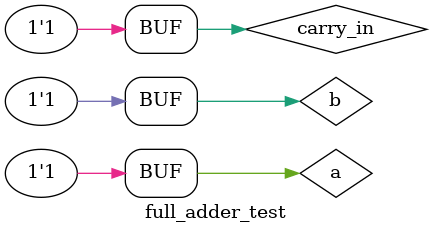
<source format=v>
`timescale 1ns / 1ps


module full_adder_test;

	// Inputs
	reg carry_in;
	reg a;
	reg b;

	// Outputs
	wire sum;
	wire carry_out;

	// Instantiate the Unit Under Test (UUT)
	full_adder uut (
		.carry_in(carry_in), 
		.a(a), 
		.b(b), 
		.sum(sum), 
		.carry_out(carry_out)
	);

	initial begin
		// Initialize Inputs
		carry_in = 0;
		a = 0;
		b = 0;

		// Wait 100 ns for global reset to finish
		#100;
		carry_in = 0; a = 0; b = 1;
		#100;
		carry_in = 0; a = 1; b = 0;
		#100;
		carry_in = 0; a = 1; b = 1;
		#100;
		carry_in = 1; a = 0; b = 0;
		#100;
		carry_in = 1; a = 0; b = 1;
		#100;
		carry_in = 1; a = 1; b = 0;
		#100;
		carry_in = 1; a = 1; b = 1;
		#100;
        
		// Add stimulus here

	end
      
endmodule


</source>
